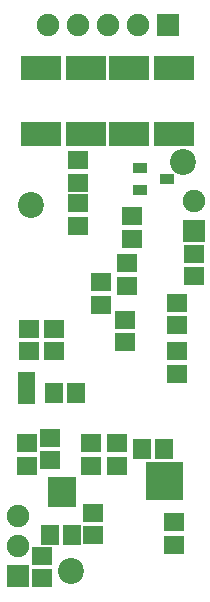
<source format=gbs>
G04 DipTrace 2.4.0.2*
%INIoDriver15.gbs*%
%MOIN*%
%ADD58C,0.0866*%
%ADD84R,0.1339X0.0787*%
%ADD88R,0.0492X0.0335*%
%ADD92C,0.0748*%
%ADD94R,0.0748X0.0748*%
%ADD98R,0.0591X0.0669*%
%ADD100R,0.0669X0.0591*%
%FSLAX44Y44*%
G04*
G70*
G90*
G75*
G01*
%LNBotMask*%
%LPD*%
D100*
X4812Y11937D3*
Y12685D3*
X8000Y12248D3*
Y12996D3*
D98*
X8562Y8687D3*
X9310D3*
D100*
X9625Y5500D3*
Y6248D3*
X7750Y8875D3*
Y8126D3*
X9750Y11937D3*
Y11189D3*
Y12812D3*
Y13560D3*
X10312Y15185D3*
Y14437D3*
X6875Y8875D3*
Y8126D3*
X6937Y6562D3*
Y5814D3*
X5250Y5125D3*
Y4376D3*
D98*
X5500Y5812D3*
X6248D3*
D94*
X9437Y22812D3*
D92*
X8437D3*
X7437D3*
X6437D3*
X5437D3*
D94*
X10312Y15937D3*
D92*
Y16937D3*
D94*
X4437Y4437D3*
D92*
Y5437D3*
Y6437D3*
D88*
X8500Y17312D3*
Y18060D3*
X9405Y17686D3*
D100*
X7187Y14250D3*
Y13501D3*
D84*
X5187Y19187D3*
Y21392D3*
D100*
X6437Y17562D3*
Y18310D3*
D84*
X6687Y19187D3*
Y21392D3*
X8125Y19187D3*
Y21392D3*
X9625Y19187D3*
Y21392D3*
D100*
X8062Y14125D3*
Y14873D3*
X6437Y16875D3*
Y16126D3*
X5625Y12687D3*
Y11939D3*
X8250Y15687D3*
Y16435D3*
D98*
X5625Y10562D3*
X6373D3*
D100*
X4750Y8125D3*
Y8873D3*
X5500Y9062D3*
Y8314D3*
D58*
X9937Y18250D3*
X4875Y16812D3*
X6187Y4625D3*
G36*
X4437Y11250D2*
X5000D1*
Y10187D1*
X4437D1*
Y11250D1*
G37*
G36*
X5437Y7750D2*
X6375D1*
Y6750D1*
X5437D1*
Y7750D1*
G37*
G36*
X8687Y8250D2*
X9937D1*
Y7000D1*
X8687D1*
Y8250D1*
G37*
M02*

</source>
